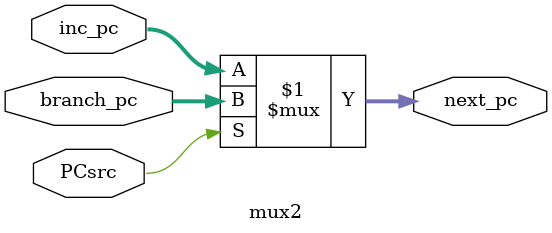
<source format=sv>
module mux2 #(
    parameter   WIDTH = 32,
)(
    input logic [WIDTH-1:0]     branch_pc,
    input logic [WIDTH-1:0]     inc_pc,
    input logic                 PCsrc,
    output logic [WIDTH-1:0]    next_pc
);

assign next_pc = PCsrc ? branch_pc : inc_pc;

endmodule

</source>
